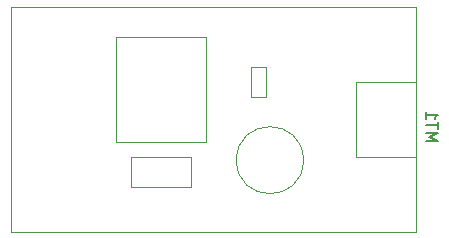
<source format=gbr>
%TF.GenerationSoftware,KiCad,Pcbnew,(6.0.6)*%
%TF.CreationDate,2022-06-29T20:31:09-07:00*%
%TF.ProjectId,project_brave_heart,70726f6a-6563-4745-9f62-726176655f68,rev?*%
%TF.SameCoordinates,Original*%
%TF.FileFunction,Legend,Bot*%
%TF.FilePolarity,Positive*%
%FSLAX46Y46*%
G04 Gerber Fmt 4.6, Leading zero omitted, Abs format (unit mm)*
G04 Created by KiCad (PCBNEW (6.0.6)) date 2022-06-29 20:31:09*
%MOMM*%
%LPD*%
G01*
G04 APERTURE LIST*
%ADD10C,0.150000*%
%ADD11C,0.120000*%
G04 APERTURE END LIST*
D10*
%TO.C,MT1*%
X168997619Y-71580476D02*
X169997619Y-71580476D01*
X169283333Y-71247142D01*
X169997619Y-70913809D01*
X168997619Y-70913809D01*
X169997619Y-70580476D02*
X169997619Y-70009047D01*
X168997619Y-70294761D02*
X169997619Y-70294761D01*
X168997619Y-69151904D02*
X168997619Y-69723333D01*
X168997619Y-69437619D02*
X169997619Y-69437619D01*
X169854761Y-69532857D01*
X169759523Y-69628095D01*
X169711904Y-69723333D01*
D11*
X158619612Y-73229806D02*
G75*
G03*
X158619612Y-73229806I-2839806J0D01*
G01*
X168180000Y-72930000D02*
X163100000Y-72930000D01*
X163100000Y-72930000D02*
X163100000Y-66580000D01*
X163100000Y-66580000D02*
X168180000Y-66580000D01*
X168180000Y-66580000D02*
X168180000Y-72930000D01*
X154210000Y-67850000D02*
X155480000Y-67850000D01*
X155480000Y-67850000D02*
X155480000Y-65310000D01*
X155480000Y-65310000D02*
X154210000Y-65310000D01*
X154210000Y-65310000D02*
X154210000Y-67850000D01*
X144050000Y-72930000D02*
X149130000Y-72930000D01*
X149130000Y-72930000D02*
X149130000Y-75470000D01*
X149130000Y-75470000D02*
X144050000Y-75470000D01*
X144050000Y-75470000D02*
X144050000Y-72930000D01*
X142780000Y-62770000D02*
X150400000Y-62770000D01*
X150400000Y-62770000D02*
X150400000Y-71660000D01*
X150400000Y-71660000D02*
X142780000Y-71660000D01*
X142780000Y-71660000D02*
X142780000Y-62770000D01*
X168180000Y-79280000D02*
X133890000Y-79280000D01*
X133890000Y-79280000D02*
X133890000Y-60230000D01*
X133890000Y-60230000D02*
X168180000Y-60230000D01*
X168180000Y-60230000D02*
X168180000Y-79280000D01*
%TD*%
M02*

</source>
